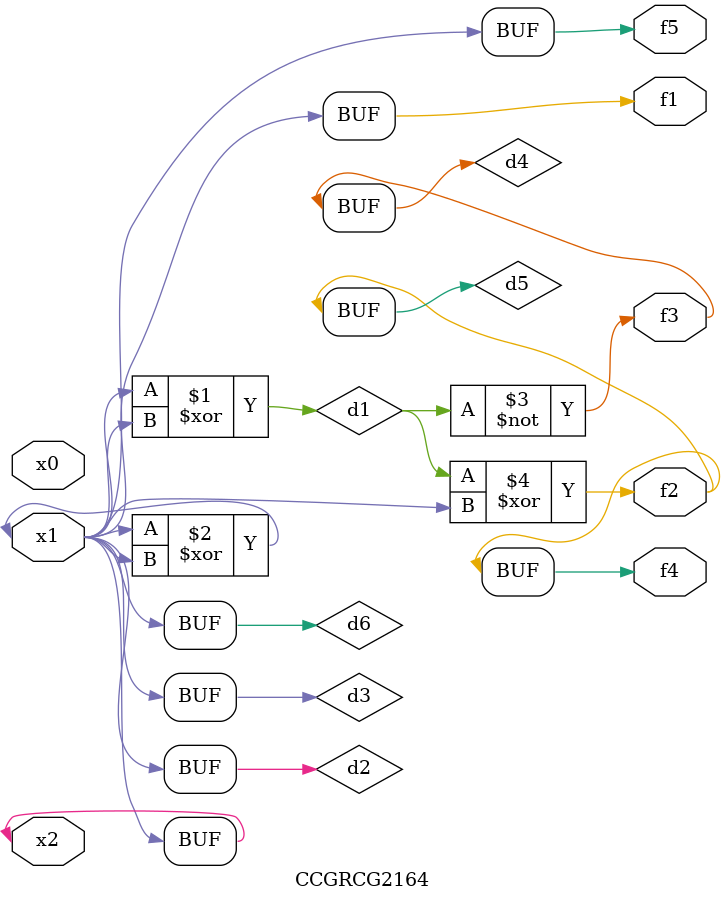
<source format=v>
module CCGRCG2164(
	input x0, x1, x2,
	output f1, f2, f3, f4, f5
);

	wire d1, d2, d3, d4, d5, d6;

	xor (d1, x1, x2);
	buf (d2, x1, x2);
	xor (d3, x1, x2);
	nor (d4, d1);
	xor (d5, d1, d2);
	buf (d6, d2, d3);
	assign f1 = d6;
	assign f2 = d5;
	assign f3 = d4;
	assign f4 = d5;
	assign f5 = d6;
endmodule

</source>
